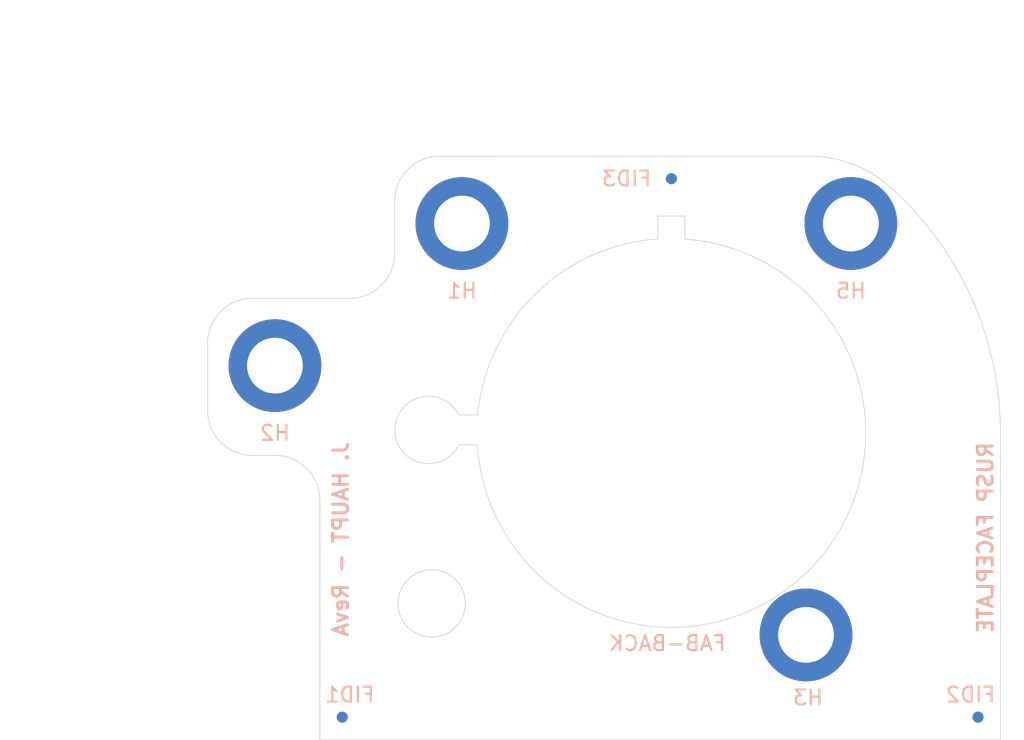
<source format=kicad_pcb>
(kicad_pcb (version 20211014) (generator pcbnew)
  (layers (0 "F.Cu" signal) (31 "B.Cu" signal) (34 "B.Paste" user) (35 "F.Paste" user) (36 "B.SilkS" user "B.Silkscreen") (37 "F.SilkS" user "F.Silkscreen") (38 "B.Mask" user) (39 "F.Mask" user) (44 "Edge.Cuts" user))
  (net 0 "")
  (footprint "MyFootprints:SMTSO-M2-3ET" (layer "B.Cu") (at 118.292 81.18)
    (fp_text reference "H2" (at 0 4.5) (layer "B.SilkS") (effects (justify mirror)))
    (fp_text value "MountingHole")
    (pad "1" thru_hole circle locked (at 0 0) (size 6.2 6.2) (drill 3.73) (layers *.Cu *.Mask))
  )
  (footprint "MyFootprints:SMTSO-M2-3ET" (layer "B.Cu") (at 130.792 71.68)
    (fp_text reference "H1" (at 0 4.5) (layer "B.SilkS") (effects (justify mirror)))
    (fp_text value "MountingHole")
    (pad "1" thru_hole circle locked (at 0 0) (size 6.2 6.2) (drill 3.73) (layers *.Cu *.Mask))
  )
  (footprint "Fiducial:Fiducial_0.75mm_Dia_1.5mm_Outer" (layer "B.Cu") (at 144.792 68.68)
    (fp_text reference "FID3" (at -3 0) (layer "B.SilkS") (effects (justify mirror)))
    (fp_text value "Fiducial")
    (pad "" smd circle locked (at 0 0) (size 0.75 0.75) (layers "B.Cu" "B.Mask") (clearance 0.375))
  )
  (footprint "MyFootprints:SMTSO-M2-3ET" (layer "B.Cu") (at 153.792 99.18)
    (fp_text reference "H3" (at 0.132 4.198) (layer "B.SilkS") (effects (justify mirror)))
    (fp_text value "MountingHole")
    (pad "1" thru_hole circle locked (at 0 0) (size 6.2 6.2) (drill 3.73) (layers *.Cu *.Mask))
  )
  (footprint "MyFootprints:SMTSO-M2-3ET" (layer "B.Cu") (at 156.792 71.68)
    (fp_text reference "H5" (at 0 4.5) (layer "B.SilkS") (effects (justify mirror)))
    (fp_text value "MountingHole")
    (pad "1" thru_hole circle locked (at 0 0) (size 6.2 6.2) (drill 3.73) (layers *.Cu *.Mask))
  )
  (footprint "Fiducial:Fiducial_0.75mm_Dia_1.5mm_Outer" (layer "B.Cu") (at 122.792 104.68)
    (fp_text reference "FID1" (at 0.5 -1.5) (layer "B.SilkS") (effects (justify mirror)))
    (fp_text value "Fiducial")
    (pad "" smd circle locked (at 0 0) (size 0.75 0.75) (layers "B.Cu" "B.Mask") (clearance 0.375))
  )
  (footprint "Fiducial:Fiducial_0.75mm_Dia_1.5mm_Outer" (layer "B.Cu") (at 165.292 104.68)
    (fp_text reference "FID2" (at -0.5 -1.5) (layer "B.SilkS") (effects (justify mirror)))
    (fp_text value "Fiducial")
    (pad "" smd circle locked (at 0 0) (size 0.75 0.75) (layers "B.Cu" "B.Mask") (clearance 0.375))
  )
  (gr_line (start 131.848275 84.469652) (end 130.58 84.47) (layer "Edge.Cuts") (width 0.05))
  (gr_arc (start 145.691999 72.720001) (mid 153.939058 94.905124) (end 131.824821 86.469828) (layer "Edge.Cuts") (width 0.05))
  (gr_arc (start 130.586094 86.469688) (mid 126.309053 85.482869) (end 130.58 84.47) (layer "Edge.Cuts") (width 0.05))
  (gr_circle (center 128.768 97.074) (end 131.018 97.074) (layer "Edge.Cuts") (width 0.05) (fill none))
  (gr_line (start 143.892 71.18) (end 145.692 71.18) (layer "Edge.Cuts") (width 0.05))
  (gr_line (start 131.824821 86.469828) (end 130.586094 86.469688) (layer "Edge.Cuts") (width 0.05))
  (gr_arc (start 131.848275 84.469652) (mid 135.710224 76.378048) (end 143.892 72.711) (layer "Edge.Cuts") (width 0.05))
  (gr_line (start 143.892 72.711) (end 143.892 71.18) (layer "Edge.Cuts") (width 0.05))
  (gr_line (start 145.692 71.18) (end 145.691999 72.720001) (layer "Edge.Cuts") (width 0.05))
  (gr_arc (start 154.052 67.180995) (mid 156.879548 67.697417) (end 159.341999 69.180001) (layer "Edge.Cuts") (width 0.05))
  (gr_arc (start 118.292 87.18) (mid 120.41332 88.05868) (end 121.292 90.18) (layer "Edge.Cuts") (width 0.05))
  (gr_line (start 116.792 87.18) (end 118.292 87.18) (layer "Edge.Cuts") (width 0.05))
  (gr_arc (start 159.342714 69.17919) (mid 164.84338 76.62781) (end 166.792 85.68) (layer "Edge.Cuts") (width 0.05))
  (gr_line (start 166.792 106.18) (end 121.292 106.18) (layer "Edge.Cuts") (width 0.05))
  (gr_arc (start 126.292 70.18) (mid 127.17068 68.05868) (end 129.292 67.18) (layer "Edge.Cuts") (width 0.05))
  (gr_line (start 121.292 90.18) (end 121.292 106.18) (layer "Edge.Cuts") (width 0.05))
  (gr_line (start 113.792 79.68) (end 113.792 84.18) (layer "Edge.Cuts") (width 0.05))
  (gr_line (start 126.292 73.68) (end 126.292 70.18) (layer "Edge.Cuts") (width 0.05))
  (gr_line (start 116.792 76.68) (end 123.292 76.68) (layer "Edge.Cuts") (width 0.05))
  (gr_arc (start 113.792 79.68) (mid 114.67068 77.55868) (end 116.792 76.68) (layer "Edge.Cuts") (width 0.05))
  (gr_line (start 129.292 67.18) (end 154.052 67.180995) (layer "Edge.Cuts") (width 0.05))
  (gr_arc (start 116.792 87.18) (mid 114.67068 86.30132) (end 113.792 84.18) (layer "Edge.Cuts") (width 0.05))
  (gr_line (start 166.792 85.68) (end 166.792 106.18) (layer "Edge.Cuts") (width 0.05))
  (gr_arc (start 126.292 73.68) (mid 125.41332 75.80132) (end 123.292 76.68) (layer "Edge.Cuts") (width 0.05))
  (gr_text "J. HAUPT - RevA" (at 122.692 92.78 90) (layer "B.SilkS") (effects (font (size 1 1) (thickness 0.2)) (justify mirror)))
  (gr_text "RUSP FACEPLATE" (at 165.792 92.68 90) (layer "B.SilkS") (effects (font (size 1 1) (thickness 0.2)) (justify mirror)))
  (gr_text "FAB-BACK" (at 144.512 99.74) (layer "B.SilkS") (effects (font (size 1 1)) (justify mirror)))
)
</source>
